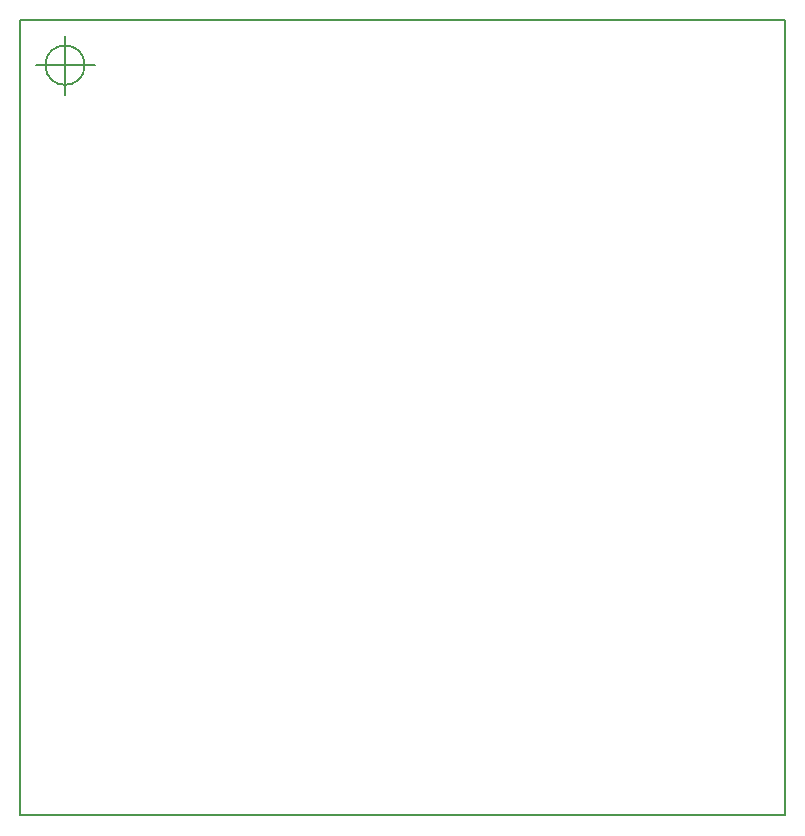
<source format=gm1>
G04 #@! TF.FileFunction,Profile,NP*
%FSLAX46Y46*%
G04 Gerber Fmt 4.6, Leading zero omitted, Abs format (unit mm)*
G04 Created by KiCad (PCBNEW 4.0.7) date Sunday 09 February 2020 'à' 15:54:51*
%MOMM*%
%LPD*%
G01*
G04 APERTURE LIST*
%ADD10C,0.100000*%
%ADD11C,0.150000*%
G04 APERTURE END LIST*
D10*
D11*
X57150000Y-88900000D02*
X57150000Y-21590000D01*
X121920000Y-88900000D02*
X57150000Y-88900000D01*
X121920000Y-21590000D02*
X121920000Y-88900000D01*
X57150000Y-21590000D02*
X121920000Y-21590000D01*
X62626666Y-25400000D02*
G75*
G03X62626666Y-25400000I-1666666J0D01*
G01*
X58460000Y-25400000D02*
X63460000Y-25400000D01*
X60960000Y-22900000D02*
X60960000Y-27900000D01*
X121920000Y-81280000D02*
X121920000Y-25400000D01*
M02*

</source>
